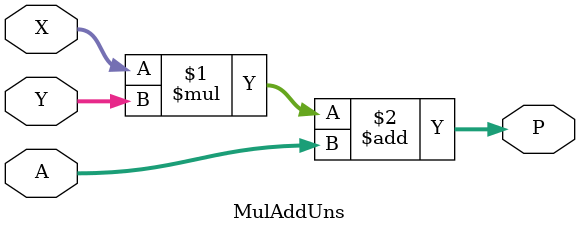
<source format=sv>

module MulAddUns #(
	parameter BW = 8,
	parameter int              widthX = BW,             // word width of XS, XC (<= widthY)
	parameter int              widthY = BW,             // word width of Y
	parameter int              widthA = 2*BW            // word width of A (>= widthX+widthY)
) (
	input  logic [widthX-1:0] X,  // multiplier
	input  logic [widthY-1:0] Y,  // multiplicand
	input  logic [widthA-1:0] A,  // augend
	output logic [widthA-1:0] P   // product
);
	assign P = (X * Y) + A;
endmodule
</source>
